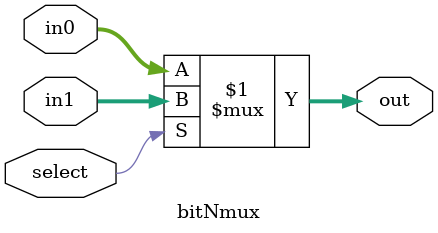
<source format=v>
module bitNmux #(parameter N = 5) (
output [N-1:0] out  ,
input wire [N-1:0] in0,in1,
input wire select   
);

assign out = (select) ? in1 : in0; 

endmodule
</source>
